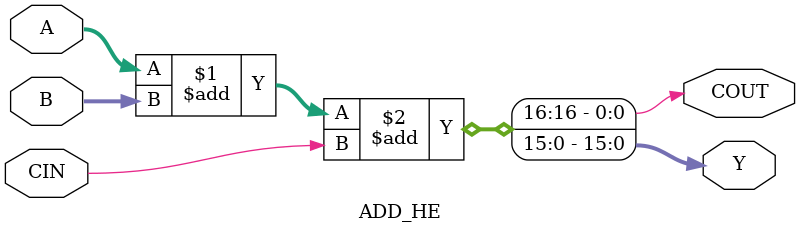
<source format=v>

module NAND2_X1 (A, B, Y);
    input A, B;
    output Y;
    assign #0.015 Y = ~(A & B);  // 15ps delay @ 14nm (vs 30ps @ 22nm)
endmodule

module NOR2_X1 (A, B, Y);
    input A, B;
    output Y;
    assign #0.020 Y = ~(A | B);  // 20ps delay @ 14nm (vs 40ps @ 22nm)
endmodule

module INV_X1 (A, Y);
    input A;
    output Y;
    assign #0.008 Y = ~A;  // 8ps delay @ 14nm (vs 15ps @ 22nm)
endmodule

module AND2_X1 (A, B, Y);
    input A, B;
    output Y;
    assign #0.018 Y = A & B;  // 18ps delay @ 14nm
endmodule

module OR2_X1 (A, B, Y);
    input A, B;
    output Y;
    assign #0.022 Y = A | B;  // 22ps delay @ 14nm
endmodule

module XOR2_X1 (A, B, Y);
    input A, B;
    output Y;
    assign #0.035 Y = A ^ B;  // 35ps delay @ 14nm
endmodule

module DFF_X1 (CLK, D, Q);
    input CLK, D;
    output reg Q;
    always @(posedge CLK)
        Q <= #0.030 D;  // 30ps setup @ 14nm (vs 60ps @ 22nm)
endmodule

module DFF_X2 (CLK, D, Q);
    input CLK, D;
    output reg Q;
    always @(posedge CLK)
        Q <= #0.025 D;  // 25ps setup @ 14nm (high drive)
endmodule

// Power-gated flip-flop
module DFF_PG (CLK, D, Q, PWR_EN);
    input CLK, D, PWR_EN;
    output reg Q;
    wire gated_clk;
    assign gated_clk = CLK & PWR_EN;
    always @(posedge gated_clk)
        Q <= #0.035 D;  // 35ps with power gating overhead
endmodule

// Clock gated flip-flop
module DFF_CG (CLK, D, Q, CLK_EN);
    input CLK, D, CLK_EN;
    output reg Q;
    wire gated_clk;
    assign gated_clk = CLK & CLK_EN;
    always @(posedge gated_clk)
        Q <= #0.028 D;  // 28ps with clock gating
endmodule

// Low-power multiplier cell
module MULT_LP (A, B, Y);
    input [7:0] A, B;
    output [15:0] Y;
    assign #0.120 Y = A * B;  // 120ps @ 14nm (vs 200ps @ 22nm)
endmodule

// High-efficiency adder
module ADD_HE (A, B, CIN, Y, COUT);
    input [15:0] A, B;
    input CIN;
    output [15:0] Y;
    output COUT;
    assign #0.080 {COUT, Y} = A + B + CIN;  // 80ps @ 14nm
endmodule

</source>
